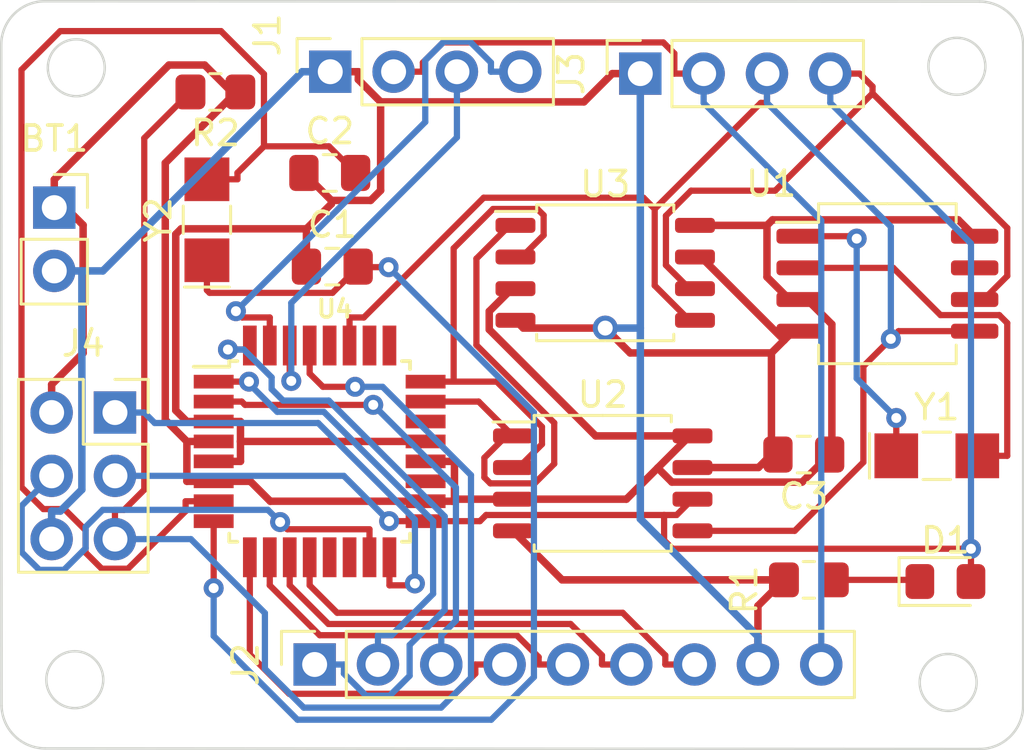
<source format=kicad_pcb>
(kicad_pcb (version 20211014) (generator pcbnew)
  (title_block (title "Arduino battery powered clone ") (date "2022-10-03") (rev "3") (company "Nanohertz"))
  (layers (0 "F.Cu" signal) (1 "In1.Cu" power) (2 "In2.Cu" power) (31 "B.Cu" signal) (34 "B.Paste" user) (35 "F.Paste" user) (36 "B.SilkS" user "B.Silkscreen") (37 "F.SilkS" user "F.Silkscreen") (38 "B.Mask" user) (39 "F.Mask" user) (44 "Edge.Cuts" user))
  (net 0 "")
  (net 1 "Net-(D1-Pad1)")
  (net 2 "GNDPWR")
  (net 3 "/VCC")
  (net 4 "/reset")
  (net 5 "/ADDS1")
  (net 6 "/ADDS2")
  (net 7 "/SDA")
  (net 8 "/sck")
  (net 9 "Net-(U1-Pad1)")
  (net 10 "Net-(U1-Pad2)")
  (net 12 "/D3")
  (net 13 "/D4")
  (net 14 "Net-(C2-Pad2)")
  (net 15 "Net-(C1-Pad2)")
  (net 16 "/D5")
  (net 17 "/D6")
  (net 18 "/D7")
  (net 19 "/D8")
  (net 22 "/MOSI")
  (net 23 "/miso")
  (net 29 "/RX")
  (net 30 "/TX")
  (net 31 "/D2")
  (net 32 "/connectors/VCC")
  (footprint "LED_SMD:LED_0805_2012Metric_Pad1.15x1.40mm_HandSolder" (layer "F.Cu") (at 143.87 114.29)
    (fp_text reference "D1" (at 0 -1.65) (layer "F.SilkS"))
    (fp_text value "LED")
    (pad "1" smd roundrect (at -1.025 0) (size 1.15 1.4) (layers "F.Cu" "F.Paste" "F.Mask") (roundrect_rratio 0.217391) (net 1 "Net-(D1-Pad1)"))
    (pad "2" smd roundrect (at 1.025 0) (size 1.15 1.4) (layers "F.Cu" "F.Paste" "F.Mask") (roundrect_rratio 0.217391) (net 8 "/sck"))
  )
  (footprint "Package_SO:SOP-8_5.28x5.23mm_P1.27mm" (layer "F.Cu") (at 130.225 101.9)
    (fp_text reference "U3" (at 0 -3.56) (layer "F.SilkS"))
    (fp_text value "24LC1025")
    (pad "1" smd roundrect (at -3.6 -1.905) (size 1.6 0.6) (layers "F.Cu" "F.Paste" "F.Mask") (net 5 "/ADDS1"))
    (pad "2" smd roundrect (at -3.6 -0.635) (size 1.6 0.6) (layers "F.Cu" "F.Paste" "F.Mask") (net 6 "/ADDS2"))
    (pad "3" smd roundrect (at -3.6 0.635) (size 1.6 0.6) (layers "F.Cu" "F.Paste" "F.Mask") (net 3 "/VCC"))
    (pad "4" smd roundrect (at -3.6 1.905) (size 1.6 0.6) (layers "F.Cu" "F.Paste" "F.Mask") (net 2 "GNDPWR"))
    (pad "5" smd roundrect (at 3.6 1.905) (size 1.6 0.6) (layers "F.Cu" "F.Paste" "F.Mask") (net 7 "/SDA"))
    (pad "6" smd roundrect (at 3.6 0.635) (size 1.6 0.6) (layers "F.Cu" "F.Paste" "F.Mask") (net 8 "/sck"))
    (pad "7" smd roundrect (at 3.6 -0.635) (size 1.6 0.6) (layers "F.Cu" "F.Paste" "F.Mask") (net 2 "GNDPWR"))
    (pad "8" smd roundrect (at 3.6 -1.905) (size 1.6 0.6) (layers "F.Cu" "F.Paste" "F.Mask") (net 3 "/VCC"))
  )
  (footprint "Resistor_SMD:R_0805_2012Metric_Pad1.20x1.40mm_HandSolder" (layer "F.Cu") (at 138.3932 114.2234 180)
    (fp_text reference "R1" (at 2.5932 -0.4016 90) (layer "F.SilkS"))
    (fp_text value "330ohm")
    (pad "1" smd roundrect (at -1 0 180) (size 1.2 1.4) (layers "F.Cu" "F.Paste" "F.Mask") (roundrect_rratio 0.208333) (net 1 "Net-(D1-Pad1)"))
    (pad "2" smd roundrect (at 1 0 180) (size 1.2 1.4) (layers "F.Cu" "F.Paste" "F.Mask") (roundrect_rratio 0.208333) (net 2 "GNDPWR"))
  )
  (footprint "Connector_PinSocket_2.54mm:PinSocket_1x09_P2.54mm_Vertical" (layer "F.Cu") (at 118.57 117.62 90)
    (fp_text reference "J2" (at 0 -2.77 90) (layer "F.SilkS"))
    (fp_text value "DIGITAL PIN")
    (pad "1" thru_hole rect (at 0 0 90) (size 1.7 1.7) (drill 1) (layers *.Cu *.Mask) (net 31 "/D2"))
    (pad "2" thru_hole oval (at 0 2.54 90) (size 1.7 1.7) (drill 1) (layers *.Cu *.Mask) (net 12 "/D3"))
    (pad "3" thru_hole oval (at 0 5.08 90) (size 1.7 1.7) (drill 1) (layers *.Cu *.Mask) (net 13 "/D4"))
    (pad "4" thru_hole oval (at 0 7.62 90) (size 1.7 1.7) (drill 1) (layers *.Cu *.Mask) (net 16 "/D5"))
    (pad "5" thru_hole oval (at 0 10.16 90) (size 1.7 1.7) (drill 1) (layers *.Cu *.Mask) (net 17 "/D6"))
    (pad "6" thru_hole oval (at 0 12.7 90) (size 1.7 1.7) (drill 1) (layers *.Cu *.Mask) (net 18 "/D7"))
    (pad "7" thru_hole oval (at 0 15.24 90) (size 1.7 1.7) (drill 1) (layers *.Cu *.Mask) (net 19 "/D8"))
    (pad "8" thru_hole oval (at 0 17.78 90) (size 1.7 1.7) (drill 1) (layers *.Cu *.Mask) (net 2 "GNDPWR"))
    (pad "9" thru_hole oval (at 0 20.32 90) (size 1.7 1.7) (drill 1) (layers *.Cu *.Mask) (net 32 "/connectors/VCC"))
  )
  (footprint "Connector_PinSocket_2.54mm:PinSocket_2x03_P2.54mm_Vertical" (layer "F.Cu") (at 110.5608 107.5078)
    (fp_text reference "J4" (at -1.27 -2.77) (layer "F.SilkS"))
    (fp_text value "icsp")
    (pad "1" thru_hole rect (at 0 0) (size 1.7 1.7) (drill 1) (layers *.Cu *.Mask) (net 23 "/miso"))
    (pad "2" thru_hole oval (at -2.54 0) (size 1.7 1.7) (drill 1) (layers *.Cu *.Mask) (net 3 "/VCC"))
    (pad "3" thru_hole oval (at 0 2.54) (size 1.7 1.7) (drill 1) (layers *.Cu *.Mask) (net 8 "/sck"))
    (pad "4" thru_hole oval (at -2.54 2.54) (size 1.7 1.7) (drill 1) (layers *.Cu *.Mask) (net 22 "/MOSI"))
    (pad "5" thru_hole oval (at 0 5.08) (size 1.7 1.7) (drill 1) (layers *.Cu *.Mask) (net 4 "/reset"))
    (pad "6" thru_hole oval (at -2.54 5.08) (size 1.7 1.7) (drill 1) (layers *.Cu *.Mask) (net 2 "GNDPWR"))
  )
  (footprint "Capacitor_SMD:C_0805_2012Metric_Pad1.18x1.45mm_HandSolder" (layer "F.Cu") (at 138.19 109.1942 180)
    (fp_text reference "C3" (at 0 -1.68) (layer "F.SilkS"))
    (fp_text value "C_Polarized 10uf")
    (pad "1" smd roundrect (at -1.0375 0 180) (size 1.175 1.45) (layers "F.Cu" "F.Paste" "F.Mask") (roundrect_rratio 0.212766) (net 3 "/VCC"))
    (pad "2" smd roundrect (at 1.0375 0 180) (size 1.175 1.45) (layers "F.Cu" "F.Paste" "F.Mask") (roundrect_rratio 0.212766) (net 2 "GNDPWR"))
  )
  (footprint "Package_QFP:TQFP-32_7x7mm_P0.8mm" (layer "F.Cu") (at 118.7704 109.0676)
    (fp_text reference "U4" (at 0.6046 -5.7176) (layer "F.SilkS") (effects (font (size 0.7 0.7))))
    (fp_text value "ATmega328P-A")
    (pad "1" smd rect (at -4.25 -2.8) (size 1.6 0.55) (layers "F.Cu" "F.Paste" "F.Mask") (net 12 "/D3"))
    (pad "2" smd rect (at -4.25 -2) (size 1.6 0.55) (layers "F.Cu" "F.Paste" "F.Mask") (net 13 "/D4"))
    (pad "3" smd rect (at -4.25 -1.2) (size 1.6 0.55) (layers "F.Cu" "F.Paste" "F.Mask") (net 2 "GNDPWR"))
    (pad "4" smd rect (at -4.25 -0.4) (size 1.6 0.55) (layers "F.Cu" "F.Paste" "F.Mask") (net 3 "/VCC"))
    (pad "5" smd rect (at -4.25 0.4) (size 1.6 0.55) (layers "F.Cu" "F.Paste" "F.Mask") (net 2 "GNDPWR"))
    (pad "6" smd rect (at -4.25 1.2) (size 1.6 0.55) (layers "F.Cu" "F.Paste" "F.Mask") (net 3 "/VCC"))
    (pad "7" smd rect (at -4.25 2) (size 1.6 0.55) (layers "F.Cu" "F.Paste" "F.Mask") (net 14 "Net-(C2-Pad2)"))
    (pad "8" smd rect (at -4.25 2.8) (size 1.6 0.55) (layers "F.Cu" "F.Paste" "F.Mask") (net 15 "Net-(C1-Pad2)"))
    (pad "9" smd rect (at -2.8 4.25 90) (size 1.6 0.55) (layers "F.Cu" "F.Paste" "F.Mask") (net 16 "/D5"))
    (pad "10" smd rect (at -2 4.25 90) (size 1.6 0.55) (layers "F.Cu" "F.Paste" "F.Mask") (net 17 "/D6"))
    (pad "11" smd rect (at -1.2 4.25 90) (size 1.6 0.55) (layers "F.Cu" "F.Paste" "F.Mask") (net 18 "/D7"))
    (pad "12" smd rect (at -0.4 4.25 90) (size 1.6 0.55) (layers "F.Cu" "F.Paste" "F.Mask") (net 19 "/D8"))
    (pad "13" smd rect (at 0.4 4.25 90) (size 1.6 0.55) (layers "F.Cu" "F.Paste" "F.Mask"))
    (pad "14" smd rect (at 1.2 4.25 90) (size 1.6 0.55) (layers "F.Cu" "F.Paste" "F.Mask"))
    (pad "15" smd rect (at 2 4.25 90) (size 1.6 0.55) (layers "F.Cu" "F.Paste" "F.Mask") (net 22 "/MOSI"))
    (pad "16" smd rect (at 2.8 4.25 90) (size 1.6 0.55) (layers "F.Cu" "F.Paste" "F.Mask") (net 23 "/miso"))
    (pad "17" smd rect (at 4.25 2.8) (size 1.6 0.55) (layers "F.Cu" "F.Paste" "F.Mask") (net 8 "/sck"))
    (pad "18" smd rect (at 4.25 2) (size 1.6 0.55) (layers "F.Cu" "F.Paste" "F.Mask") (net 3 "/VCC"))
    (pad "19" smd rect (at 4.25 1.2) (size 1.6 0.55) (layers "F.Cu" "F.Paste" "F.Mask"))
    (pad "20" smd rect (at 4.25 0.4) (size 1.6 0.55) (layers "F.Cu" "F.Paste" "F.Mask") (net 3 "/VCC"))
    (pad "21" smd rect (at 4.25 -0.4) (size 1.6 0.55) (layers "F.Cu" "F.Paste" "F.Mask") (net 2 "GNDPWR"))
    (pad "22" smd rect (at 4.25 -1.2) (size 1.6 0.55) (layers "F.Cu" "F.Paste" "F.Mask"))
    (pad "23" smd rect (at 4.25 -2) (size 1.6 0.55) (layers "F.Cu" "F.Paste" "F.Mask") (net 5 "/ADDS1"))
    (pad "24" smd rect (at 4.25 -2.8) (size 1.6 0.55) (layers "F.Cu" "F.Paste" "F.Mask") (net 6 "/ADDS2"))
    (pad "25" smd rect (at 2.8 -4.25 90) (size 1.6 0.55) (layers "F.Cu" "F.Paste" "F.Mask"))
    (pad "26" smd rect (at 2 -4.25 90) (size 1.6 0.55) (layers "F.Cu" "F.Paste" "F.Mask"))
    (pad "27" smd rect (at 1.2 -4.25 90) (size 1.6 0.55) (layers "F.Cu" "F.Paste" "F.Mask") (net 7 "/SDA"))
    (pad "28" smd rect (at 0.4 -4.25 90) (size 1.6 0.55) (layers "F.Cu" "F.Paste" "F.Mask"))
    (pad "29" smd rect (at -0.4 -4.25 90) (size 1.6 0.55) (layers "F.Cu" "F.Paste" "F.Mask") (net 4 "/reset"))
    (pad "30" smd rect (at -1.2 -4.25 90) (size 1.6 0.55) (layers "F.Cu" "F.Paste" "F.Mask") (net 29 "/RX"))
    (pad "31" smd rect (at -2 -4.25 90) (size 1.6 0.55) (layers "F.Cu" "F.Paste" "F.Mask") (net 30 "/TX"))
    (pad "32" smd rect (at -2.8 -4.25 90) (size 1.6 0.55) (layers "F.Cu" "F.Paste" "F.Mask") (net 31 "/D2"))
  )
  (footprint "Capacitor_SMD:C_0805_2012Metric_Pad1.18x1.45mm_HandSolder" (layer "F.Cu") (at 119.2784 101.6508)
    (fp_text reference "C1" (at 0 -1.68) (layer "F.SilkS"))
    (fp_text value " 22pf")
    (pad "1" smd roundrect (at -1.0375 0) (size 1.175 1.45) (layers "F.Cu" "F.Paste" "F.Mask") (roundrect_rratio 0.212766) (net 2 "GNDPWR"))
    (pad "2" smd roundrect (at 1.0375 0) (size 1.175 1.45) (layers "F.Cu" "F.Paste" "F.Mask") (roundrect_rratio 0.212766) (net 15 "Net-(C1-Pad2)"))
  )
  (footprint "Crystal:Crystal_SMD_MicroCrystal_CC7V-T1A-2Pin_3.2x1.5mm_HandSoldering" (layer "F.Cu") (at 143.524 109.245)
    (fp_text reference "Y1" (at 0 -1.95) (layer "F.SilkS"))
    (fp_text value "Crystal")
    (pad "1" smd rect (at -1.625 0) (size 1.75 1.8) (layers "F.Cu" "F.Paste" "F.Mask") (net 9 "Net-(U1-Pad1)"))
    (pad "2" smd rect (at 1.625 0) (size 1.75 1.8) (layers "F.Cu" "F.Paste" "F.Mask") (net 10 "Net-(U1-Pad2)"))
  )
  (footprint "Connector_PinSocket_2.54mm:PinSocket_1x04_P2.54mm_Vertical" (layer "F.Cu") (at 119.1968 93.8284 90)
    (fp_text reference "J1" (at 1.4784 -2.5218 90) (layer "F.SilkS"))
    (fp_text value "Conn_01x04")
    (pad "1" thru_hole rect (at 0 0 90) (size 1.7 1.7) (drill 1) (layers *.Cu *.Mask) (net 2 "GNDPWR"))
    (pad "2" thru_hole oval (at 0 2.54 90) (size 1.7 1.7) (drill 1) (layers *.Cu *.Mask) (net 32 "/connectors/VCC"))
    (pad "3" thru_hole oval (at 0 5.08 90) (size 1.7 1.7) (drill 1) (layers *.Cu *.Mask) (net 29 "/RX"))
    (pad "4" thru_hole oval (at 0 7.62 90) (size 1.7 1.7) (drill 1) (layers *.Cu *.Mask) (net 30 "/TX"))
  )
  (footprint "Connector_PinSocket_2.54mm:PinSocket_1x02_P2.54mm_Vertical" (layer "F.Cu") (at 108.1274 99.2832)
    (fp_text reference "BT1" (at 0 -2.77) (layer "F.SilkS"))
    (fp_text value "Battery 3v")
    (pad "1" thru_hole rect (at 0 0) (size 1.7 1.7) (drill 1) (layers *.Cu *.Mask) (net 3 "/VCC"))
    (pad "2" thru_hole oval (at 0 2.54) (size 1.7 1.7) (drill 1) (layers *.Cu *.Mask) (net 2 "GNDPWR"))
  )
  (footprint "Resistor_SMD:R_0805_2012Metric_Pad1.20x1.40mm_HandSolder" (layer "F.Cu") (at 114.5888 94.6404 180)
    (fp_text reference "R2" (at 0 -1.65) (layer "F.SilkS"))
    (fp_text value "R")
    (pad "1" smd roundrect (at -1 0 180) (size 1.2 1.4) (layers "F.Cu" "F.Paste" "F.Mask") (roundrect_rratio 0.208333) (net 3 "/VCC"))
    (pad "2" smd roundrect (at 1 0 180) (size 1.2 1.4) (layers "F.Cu" "F.Paste" "F.Mask") (roundrect_rratio 0.208333) (net 4 "/reset"))
  )
  (footprint "Connector_PinSocket_2.54mm:PinSocket_1x04_P2.54mm_Vertical" (layer "F.Cu") (at 131.6328 93.9042 90)
    (fp_text reference "J3" (at 0 -2.77 90) (layer "F.SilkS"))
    (fp_text value "Conn_01x04")
    (pad "1" thru_hole rect (at 0 0 90) (size 1.7 1.7) (drill 1) (layers *.Cu *.Mask) (net 2 "GNDPWR"))
    (pad "2" thru_hole oval (at 0 2.54 90) (size 1.7 1.7) (drill 1) (layers *.Cu *.Mask) (net 32 "/connectors/VCC"))
    (pad "3" thru_hole oval (at 0 5.08 90) (size 1.7 1.7) (drill 1) (layers *.Cu *.Mask) (net 7 "/SDA"))
    (pad "4" thru_hole oval (at 0 7.62 90) (size 1.7 1.7) (drill 1) (layers *.Cu *.Mask) (net 8 "/sck"))
  )
  (footprint "Package_SO:SOP-8_5.28x5.23mm_P1.27mm" (layer "F.Cu") (at 130.125 110.35)
    (fp_text reference "U2" (at 0 -3.56) (layer "F.SilkS"))
    (fp_text value "24LC1025")
    (pad "1" smd roundrect (at -3.6 -1.905) (size 1.6 0.6) (layers "F.Cu" "F.Paste" "F.Mask") (net 5 "/ADDS1"))
    (pad "2" smd roundrect (at -3.6 -0.635) (size 1.6 0.6) (layers "F.Cu" "F.Paste" "F.Mask") (net 6 "/ADDS2"))
    (pad "3" smd roundrect (at -3.6 0.635) (size 1.6 0.6) (layers "F.Cu" "F.Paste" "F.Mask") (net 3 "/VCC"))
    (pad "4" smd roundrect (at -3.6 1.905) (size 1.6 0.6) (layers "F.Cu" "F.Paste" "F.Mask") (net 2 "GNDPWR"))
    (pad "5" smd roundrect (at 3.6 1.905) (size 1.6 0.6) (layers "F.Cu" "F.Paste" "F.Mask") (net 7 "/SDA"))
    (pad "6" smd roundrect (at 3.6 0.635) (size 1.6 0.6) (layers "F.Cu" "F.Paste" "F.Mask") (net 8 "/sck"))
    (pad "7" smd roundrect (at 3.6 -0.635) (size 1.6 0.6) (layers "F.Cu" "F.Paste" "F.Mask") (net 2 "GNDPWR"))
    (pad "8" smd roundrect (at 3.6 -1.905) (size 1.6 0.6) (layers "F.Cu" "F.Paste" "F.Mask") (net 3 "/VCC"))
  )
  (footprint "Capacitor_SMD:C_0805_2012Metric_Pad1.18x1.45mm_HandSolder" (layer "F.Cu") (at 119.1768 97.8916)
    (fp_text reference "C2" (at 0 -1.68) (layer "F.SilkS"))
    (fp_text value "22pf")
    (pad "1" smd roundrect (at -1.0375 0) (size 1.175 1.45) (layers "F.Cu" "F.Paste" "F.Mask") (roundrect_rratio 0.212766) (net 2 "GNDPWR"))
    (pad "2" smd roundrect (at 1.0375 0) (size 1.175 1.45) (layers "F.Cu" "F.Paste" "F.Mask") (roundrect_rratio 0.212766) (net 14 "Net-(C2-Pad2)"))
  )
  (footprint "Crystal:Crystal_SMD_MicroCrystal_CC7V-T1A-2Pin_3.2x1.5mm_HandSoldering" (layer "F.Cu") (at 114.2492 99.7712 90)
    (fp_text reference "Y2" (at 0 -1.95 90) (layer "F.SilkS"))
    (fp_text value "Crystal")
    (pad "1" smd rect (at -1.625 0 90) (size 1.75 1.8) (layers "F.Cu" "F.Paste" "F.Mask") (net 15 "Net-(C1-Pad2)"))
    (pad "2" smd rect (at 1.625 0 90) (size 1.75 1.8) (layers "F.Cu" "F.Paste" "F.Mask") (net 14 "Net-(C2-Pad2)"))
  )
  (footprint "Package_SO:SO-8_5.3x6.2mm_P1.27mm" (layer "F.Cu") (at 141.5428 102.3362)
    (fp_text reference "U1" (at -4.6622 -4.0128) (layer "F.SilkS"))
    (fp_text value "DS1337_ben")
    (pad "1" smd roundrect (at -3.5 -1.905) (size 1.9 0.6) (layers "F.Cu" "F.Paste" "F.Mask") (net 9 "Net-(U1-Pad1)"))
    (pad "2" smd roundrect (at -3.5 -0.635) (size 1.9 0.6) (layers "F.Cu" "F.Paste" "F.Mask") (net 10 "Net-(U1-Pad2)"))
    (pad "3" smd roundrect (at -3.5 0.635) (size 1.9 0.6) (layers "F.Cu" "F.Paste" "F.Mask") (net 3 "/VCC"))
    (pad "4" smd roundrect (at -3.5 1.905) (size 1.9 0.6) (layers "F.Cu" "F.Paste" "F.Mask") (net 2 "GNDPWR"))
    (pad "5" smd roundrect (at 3.5 1.905) (size 1.9 0.6) (layers "F.Cu" "F.Paste" "F.Mask") (net 7 "/SDA"))
    (pad "6" smd roundrect (at 3.5 0.635) (size 1.9 0.6) (layers "F.Cu" "F.Paste" "F.Mask") (net 8 "/sck"))
    (pad "7" smd roundrect (at 3.5 -0.635) (size 1.9 0.6) (layers "F.Cu" "F.Paste" "F.Mask"))
    (pad "8" smd roundrect (at 3.5 -1.905) (size 1.9 0.6) (layers "F.Cu" "F.Paste" "F.Mask") (net 3 "/VCC"))
  )
  (gr_arc (start 107.762437 120.987563) (mid 106.538164 120.488189) (end 106.012437 119.275) (layer "Edge.Cuts") (width 0.1))
  (gr_circle (center 108.95 118.23) (end 110 118.68) (layer "Edge.Cuts") (width 0.1) (fill none))
  (gr_circle (center 143.98 118.34) (end 145.03 118.79) (layer "Edge.Cuts") (width 0.1) (fill none))
  (gr_arc (start 146.987563 119.325) (mid 146.453125 120.521944) (end 145.237563 121.012563) (layer "Edge.Cuts") (width 0.1))
  (gr_arc (start 106 92.75) (mid 106.512563 91.512563) (end 107.75 91) (layer "Edge.Cuts") (width 0.1))
  (gr_line (start 107.762437 120.987563) (end 145.237563 121.012563) (layer "Edge.Cuts") (width 0.1))
  (gr_circle (center 109.01 93.67) (end 110.06 94.12) (layer "Edge.Cuts") (width 0.1) (fill none))
  (gr_line (start 146.987563 119.325) (end 146.987563 92.762437) (layer "Edge.Cuts") (width 0.1))
  (gr_arc (start 145.237563 91.012437) (mid 146.475 91.525) (end 146.987563 92.762437) (layer "Edge.Cuts") (width 0.1))
  (gr_line (start 145.237563 91.012437) (end 107.75 91) (layer "Edge.Cuts") (width 0.1))
  (gr_line (start 106 92.75) (end 106.012437 119.275) (layer "Edge.Cuts") (width 0.1))
  (gr_circle (center 144.33 93.61) (end 145.38 94.06) (layer "Edge.Cuts") (width 0.1) (fill none))
  (segment (start 139.3932 114.2234) (end 142.7784 114.2234) (width 0.25) (layer "F.Cu") (net 1))
  (segment (start 142.7784 114.2234) (end 142.845 114.29) (width 0.25) (layer "F.Cu") (net 1))
  (segment (start 115.5954 108.6676) (end 115.5954 109.4676) (width 0.3) (layer "F.Cu") (net 2))
  (segment (start 118.2409 100.1335) (end 113.2162 100.1335) (width 0.3) (layer "F.Cu") (net 2))
  (segment (start 130.2257 104.1178) (end 131.2227 105.1148) (width 0.3) (layer "F.Cu") (net 2))
  (segment (start 130.5078 93.9042) (end 129.3727 95.0393) (width 0.3) (layer "F.Cu") (net 2))
  (segment (start 136.8921 105.1148) (end 137.404 104.6029) (width 0.3) (layer "F.Cu") (net 2))
  (segment (start 128.4934 114.2234) (end 137.3932 114.2234) (width 0.3) (layer "F.Cu") (net 2))
  (segment (start 115.5954 108.6676) (end 115.5954 107.8676) (width 0.3) (layer "F.Cu") (net 2))
  (segment (start 126.625 103.805) (end 126.9378 104.1178) (width 0.3) (layer "F.Cu") (net 2))
  (segment (start 114.5204 107.8676) (end 113.4454 107.8676) (width 0.3) (layer "F.Cu") (net 2))
  (segment (start 136.35 117.62) (end 136.35 115.2666) (width 0.3) (layer "F.Cu") (net 2))
  (segment (start 134.0661 101.265) (end 133.825 101.265) (width 0.3) (layer "F.Cu") (net 2))
  (segment (start 126.525 112.255) (end 128.4934 114.2234) (width 0.3) (layer "F.Cu") (net 2))
  (segment (start 137.404 104.6029) (end 137.7657 104.2412) (width 0.3) (layer "F.Cu") (net 2))
  (segment (start 112.9988 100.3509) (end 112.9988 107.421) (width 0.3) (layer "F.Cu") (net 2))
  (segment (start 137.404 104.6029) (end 134.0661 101.265) (width 0.3) (layer "F.Cu") (net 2))
  (segment (start 136.8921 109.1942) (end 137.1525 109.1942) (width 0.3) (layer "F.Cu") (net 2))
  (segment (start 112.9988 107.421) (end 113.4454 107.8676) (width 0.3) (layer "F.Cu") (net 2))
  (segment (start 121.2163 95.0393) (end 120.3218 94.1448) (width 0.3) (layer "F.Cu") (net 2))
  (segment (start 121.9454 108.6676) (end 115.5954 108.6676) (width 0.3) (layer "F.Cu") (net 2))
  (segment (start 136.35 115.2666) (end 137.3932 114.2234) (width 0.3) (layer "F.Cu") (net 2))
  (segment (start 118.2409 100.1335) (end 118.2409 101.6508) (width 0.3) (layer "F.Cu") (net 2))
  (segment (start 131.6328 93.9042) (end 130.5078 93.9042) (width 0.3) (layer "F.Cu") (net 2))
  (segment (start 115.0579 107.8676) (end 115.5954 107.8676) (width 0.3) (layer "F.Cu") (net 2))
  (segment (start 121.2163 98.5938) (end 120.8167 98.9934) (width 0.3) (layer "F.Cu") (net 2))
  (segment (start 120.8167 98.9934) (end 119.2411 98.9934) (width 0.3) (layer "F.Cu") (net 2))
  (segment (start 113.2162 100.1335) (end 112.9988 100.3509) (width 0.3) (layer "F.Cu") (net 2))
  (segment (start 121.2163 95.0393) (end 121.2163 98.5938) (width 0.3) (layer "F.Cu") (net 2))
  (segment (start 129.3727 95.0393) (end 121.2163 95.0393) (width 0.3) (layer "F.Cu") (net 2))
  (segment (start 137.7657 104.2412) (end 138.0428 104.2412) (width 0.3) (layer "F.Cu") (net 2))
  (segment (start 126.9378 104.1178) (end 130.2257 104.1178) (width 0.3) (layer "F.Cu") (net 2))
  (segment (start 131.2227 105.1148) (end 136.8921 105.1148) (width 0.3) (layer "F.Cu") (net 2))
  (segment (start 119.2411 98.9934) (end 119.2411 99.1333) (width 0.3) (layer "F.Cu") (net 2))
  (segment (start 120.3218 94.1448) (end 120.3218 93.8284) (width 0.3) (layer "F.Cu") (net 2))
  (segment (start 119.1968 93.8284) (end 120.3218 93.8284) (width 0.3) (layer "F.Cu") (net 2))
  (segment (start 136.8921 109.1942) (end 136.8921 105.1148) (width 0.3) (layer "F.Cu") (net 2))
  (segment (start 119.2411 99.1333) (end 118.2409 100.1335) (width 0.3) (layer "F.Cu") (net 2))
  (segment (start 133.725 109.715) (end 136.3713 109.715) (width 0.3) (layer "F.Cu") (net 2))
  (segment (start 114.5204 109.4676) (end 115.5954 109.4676) (width 0.3) (layer "F.Cu") (net 2))
  (segment (start 123.0204 108.6676) (end 121.9454 108.6676) (width 0.3) (layer "F.Cu") (net 2))
  (segment (start 119.2411 98.9934) (end 118.1393 97.8916) (width 0.3) (layer "F.Cu") (net 2))
  (segment (start 136.3713 109.715) (end 136.8921 109.1942) (width 0.3) (layer "F.Cu") (net 2))
  (segment (start 115.0579 107.8676) (end 114.5204 107.8676) (width 0.3) (layer "F.Cu") (net 2))
  (via (at 130.2257 104.1178) (size 1) (drill 0.6) (layers "F.Cu" "B.Cu") (net 2))
  (segment (start 119.1968 93.8284) (end 118.0718 93.8284) (width 0.3) (layer "B.Cu") (net 2))
  (segment (start 131.6328 111.7778) (end 131.6328 104.1178) (width 0.3) (layer "B.Cu") (net 2))
  (segment (start 131.6328 104.1178) (end 131.6328 93.9042) (width 0.3) (layer "B.Cu") (net 2))
  (segment (start 109.2333 101.8232) (end 109.2333 110.5999) (width 0.3) (layer "B.Cu") (net 2))
  (segment (start 131.6328 104.1178) (end 130.2257 104.1178) (width 0.3) (layer "B.Cu") (net 2))
  (segment (start 108.3704 111.4628) (end 108.0208 111.4628) (width 0.3) (layer "B.Cu") (net 2))
  (segment (start 109.2333 101.8232) (end 108.1274 101.8232) (width 0.3) (layer "B.Cu") (net 2))
  (segment (start 109.2333 110.5999) (end 108.3704 111.4628) (width 0.3) (layer "B.Cu") (net 2))
  (segment (start 108.0208 112.5878) (end 108.0208 111.4628) (width 0.3) (layer "B.Cu") (net 2))
  (segment (start 110.077 101.8232) (end 109.2333 101.8232) (width 0.3) (layer "B.Cu") (net 2))
  (segment (start 118.0718 93.8284) (end 110.077 101.8232) (width 0.3) (layer "B.Cu") (net 2))
  (segment (start 136.35 117.62) (end 136.35 116.495) (width 0.3) (layer "B.Cu") (net 2))
  (segment (start 136.35 116.495) (end 131.6328 111.7778) (width 0.3) (layer "B.Cu") (net 2))
  (segment (start 125.5728 104.1764) (end 125.5728 103.4457) (width 0.3) (layer "F.Cu") (net 3))
  (segment (start 114.1589 93.5598) (end 112.7258 93.5598) (width 0.3) (layer "F.Cu") (net 3))
  (segment (start 126.525 110.985) (end 124.178 110.985) (width 0.3) (layer "F.Cu") (net 3))
  (segment (start 113.4454 110.2676) (end 113.4454 108.6676) (width 0.3) (layer "F.Cu") (net 3))
  (segment (start 115.9898 110.2676) (end 114.5204 110.2676) (width 0.3) (layer "F.Cu") (net 3))
  (segment (start 114.5204 110.2676) (end 113.4454 110.2676) (width 0.3) (layer "F.Cu") (net 3))
  (segment (start 114.5204 108.6676) (end 113.4454 108.6676) (width 0.3) (layer "F.Cu") (net 3))
  (segment (start 123.4955 111.0676) (end 124.0954 111.0676) (width 0.3) (layer "F.Cu") (net 3))
  (segment (start 116.7898 111.0676) (end 115.9898 110.2676) (width 0.3) (layer "F.Cu") (net 3))
  (segment (start 124.178 109.5502) (end 124.178 110.985) (width 0.3) (layer "F.Cu") (net 3))
  (segment (start 129.8414 108.445) (end 125.5728 104.1764) (width 0.3) (layer "F.Cu") (net 3))
  (segment (start 115.4306 94.6404) (end 115.3351 94.7359) (width 0.3) (layer "F.Cu") (net 3))
  (segment (start 136.9341 99.7736) (end 136.7127 99.995) (width 0.3) (layer "F.Cu") (net 3))
  (segment (start 132.899 110.3) (end 138.1217 110.3) (width 0.3) (layer "F.Cu") (net 3))
  (segment (start 125.5728 103.4457) (end 126.4835 102.535) (width 0.3) (layer "F.Cu") (net 3))
  (segment (start 133.725 108.445) (end 133.6702 108.445) (width 0.3) (layer "F.Cu") (net 3))
  (segment (start 137.6166 102.9712) (end 138.0428 102.9712) (width 0.3) (layer "F.Cu") (net 3))
  (segment (start 112.7258 93.5598) (end 108.1274 98.1582) (width 0.3) (layer "F.Cu") (net 3))
  (segment (start 139.3154 109.1063) (end 139.3154 103.9669) (width 0.3) (layer "F.Cu") (net 3))
  (segment (start 133.825 99.995) (end 136.7127 99.995) (width 0.3) (layer "F.Cu") (net 3))
  (segment (start 108.1274 98.8269) (end 109.2833 99.9828) (width 0.3) (layer "F.Cu") (net 3))
  (segment (start 133.6702 108.445) (end 133.6154 108.445) (width 0.3) (layer "F.Cu") (net 3))
  (segment (start 109.2833 105.1203) (end 108.0208 106.3828) (width 0.3) (layer "F.Cu") (net 3))
  (segment (start 108.1274 98.7207) (end 108.1274 98.1582) (width 0.3) (layer "F.Cu") (net 3))
  (segment (start 123.4955 111.0676) (end 123.0204 111.0676) (width 0.3) (layer "F.Cu") (net 3))
  (segment (start 133.6154 108.445) (end 132.3297 109.7307) (width 0.3) (layer "F.Cu") (net 3))
  (segment (start 136.7127 102.0673) (end 137.6166 102.9712) (width 0.3) (layer "F.Cu") (net 3))
  (segment (start 139.2275 109.1942) (end 139.3154 109.1063) (width 0.3) (layer "F.Cu") (net 3))
  (segment (start 132.3297 109.7307) (end 131.0754 110.985) (width 0.3) (layer "F.Cu") (net 3))
  (segment (start 144.3852 99.7736) (end 136.9341 99.7736) (width 0.3) (layer "F.Cu") (net 3))
  (segment (start 108.1274 98.7207) (end 108.1274 98.8269) (width 0.3) (layer "F.Cu") (net 3))
  (segment (start 115.3351 94.7359) (end 112.5789 97.4921) (width 0.3) (layer "F.Cu") (net 3))
  (segment (start 115.5888 94.6404) (end 115.4306 94.6404) (width 0.3) (layer "F.Cu") (net 3))
  (segment (start 124.178 110.985) (end 124.0954 111.0676) (width 0.3) (layer "F.Cu") (net 3))
  (segment (start 126.4835 102.535) (end 126.625 102.535) (width 0.3) (layer "F.Cu") (net 3))
  (segment (start 112.5789 97.4921) (end 112.5789 107.8011) (width 0.3) (layer "F.Cu") (net 3))
  (segment (start 133.6702 108.445) (end 129.8414 108.445) (width 0.3) (layer "F.Cu") (net 3))
  (segment (start 115.3351 94.7359) (end 114.1589 93.5598) (width 0.3) (layer "F.Cu") (net 3))
  (segment (start 138.3197 102.9712) (end 138.0428 102.9712) (width 0.3) (layer "F.Cu") (net 3))
  (segment (start 108.0208 107.5078) (end 108.0208 106.3828) (width 0.3) (layer "F.Cu") (net 3))
  (segment (start 109.2833 99.9828) (end 109.2833 105.1203) (width 0.3) (layer "F.Cu") (net 3))
  (segment (start 136.7127 99.995) (end 136.7127 102.0673) (width 0.3) (layer "F.Cu") (net 3))
  (segment (start 124.0954 109.4676) (end 124.178 109.5502) (width 0.3) (layer "F.Cu") (net 3))
  (segment (start 123.0204 111.0676) (end 116.7898 111.0676) (width 0.3) (layer "F.Cu") (net 3))
  (segment (start 131.0754 110.985) (end 126.525 110.985) (width 0.3) (layer "F.Cu") (net 3))
  (segment (start 112.5789 107.8011) (end 113.4454 108.6676) (width 0.3) (layer "F.Cu") (net 3))
  (segment (start 123.0204 109.4676) (end 124.0954 109.4676) (width 0.3) (layer "F.Cu") (net 3))
  (segment (start 108.1274 99.2832) (end 108.1274 98.8269) (width 0.3) (layer "F.Cu") (net 3))
  (segment (start 139.3154 103.9669) (end 138.3197 102.9712) (width 0.3) (layer "F.Cu") (net 3))
  (segment (start 145.0428 100.4312) (end 144.3852 99.7736) (width 0.3) (layer "F.Cu") (net 3))
  (segment (start 132.3297 109.7307) (end 132.899 110.3) (width 0.3) (layer "F.Cu") (net 3))
  (segment (start 138.1217 110.3) (end 139.2275 109.1942) (width 0.3) (layer "F.Cu") (net 3))
  (segment (start 111.7361 110.6046) (end 111.7361 96.4931) (width 0.25) (layer "F.Cu") (net 4))
  (segment (start 110.5608 112.5878) (end 110.5608 111.4125) (width 0.25) (layer "F.Cu") (net 4))
  (segment (start 111.7361 96.4931) (end 113.5888 94.6404) (width 0.25) (layer "F.Cu") (net 4))
  (segment (start 110.5608 111.4125) (end 110.9282 111.4125) (width 0.25) (layer "F.Cu") (net 4))
  (segment (start 110.9282 111.4125) (end 111.7361 110.6046) (width 0.25) (layer "F.Cu") (net 4))
  (segment (start 118.3704 104.8176) (end 118.3704 105.9429) (width 0.25) (layer "F.Cu") (net 4))
  (segment (start 118.9019 106.4744) (end 120.1944 106.4744) (width 0.25) (layer "F.Cu") (net 4))
  (segment (start 118.3704 105.9429) (end 118.9019 106.4744) (width 0.25) (layer "F.Cu") (net 4))
  (via (at 120.1944 106.4744) (size 0.8) (drill 0.4) (layers "F.Cu" "B.Cu") (net 4))
  (segment (start 124.8408 118.1525) (end 124.8408 110.0195) (width 0.25) (layer "B.Cu") (net 4))
  (segment (start 116.5751 115.5566) (end 116.5751 117.7925) (width 0.25) (layer "B.Cu") (net 4))
  (segment (start 116.5751 117.7925) (end 118.1337 119.3511) (width 0.25) (layer "B.Cu") (net 4))
  (segment (start 124.8408 110.0195) (end 121.2957 106.4744) (width 0.25) (layer "B.Cu") (net 4))
  (segment (start 118.1337 119.3511) (end 123.6422 119.3511) (width 0.25) (layer "B.Cu") (net 4))
  (segment (start 110.5608 112.5878) (end 111.7361 112.5878) (width 0.25) (layer "B.Cu") (net 4))
  (segment (start 121.2957 106.4744) (end 120.1944 106.4744) (width 0.25) (layer "B.Cu") (net 4))
  (segment (start 111.7361 112.5878) (end 113.6063 112.5878) (width 0.25) (layer "B.Cu") (net 4))
  (segment (start 123.6422 119.3511) (end 124.8408 118.1525) (width 0.25) (layer "B.Cu") (net 4))
  (segment (start 113.6063 112.5878) (end 116.5751 115.5566) (width 0.25) (layer "B.Cu") (net 4))
  (segment (start 125.1476 107.0676) (end 123.0204 107.0676) (width 0.25) (layer "F.Cu") (net 5))
  (segment (start 128.1793 109.5654) (end 128.1793 107.9217) (width 0.25) (layer "F.Cu") (net 5))
  (segment (start 128.1793 107.9217) (end 125.0585 104.8009) (width 0.25) (layer "F.Cu") (net 5))
  (segment (start 125.378 109.3231) (end 125.378 110.1129) (width 0.25) (layer "F.Cu") (net 5))
  (segment (start 126.2561 108.445) (end 125.378 109.3231) (width 0.25) (layer "F.Cu") (net 5))
  (segment (start 126.525 108.445) (end 125.1476 107.0676) (width 0.25) (layer "F.Cu") (net 5))
  (segment (start 125.378 110.1129) (end 125.6151 110.35) (width 0.25) (layer "F.Cu") (net 5))
  (segment (start 126.525 108.445) (end 126.2561 108.445) (width 0.25) (layer "F.Cu") (net 5))
  (segment (start 127.3947 110.35) (end 128.1793 109.5654) (width 0.25) (layer "F.Cu") (net 5))
  (segment (start 126.3943 99.995) (end 126.625 99.995) (width 0.25) (layer "F.Cu") (net 5))
  (segment (start 125.0585 104.8009) (end 125.0585 101.3308) (width 0.25) (layer "F.Cu") (net 5))
  (segment (start 125.0585 101.3308) (end 126.3943 99.995) (width 0.25) (layer "F.Cu") (net 5))
  (segment (start 125.6151 110.35) (end 127.3947 110.35) (width 0.25) (layer "F.Cu") (net 5))
  (segment (start 127.6885 108.779) (end 127.6885 108.0821) (width 0.25) (layer "F.Cu") (net 6))
  (segment (start 126.7525 109.715) (end 127.6885 108.779) (width 0.25) (layer "F.Cu") (net 6))
  (segment (start 127.5035 99.3364) (end 125.7242 99.3364) (width 0.25) (layer "F.Cu") (net 6))
  (segment (start 123.0204 106.2676) (end 124.1457 106.2676) (width 0.25) (layer "F.Cu") (net 6))
  (segment (start 127.7547 99.5876) (end 127.5035 99.3364) (width 0.25) (layer "F.Cu") (net 6))
  (segment (start 126.8816 101.265) (end 127.7547 100.3919) (width 0.25) (layer "F.Cu") (net 6))
  (segment (start 126.525 109.715) (end 126.7525 109.715) (width 0.25) (layer "F.Cu") (net 6))
  (segment (start 125.7242 99.3364) (end 124.1457 100.9149) (width 0.25) (layer "F.Cu") (net 6))
  (segment (start 124.1457 100.9149) (end 124.1457 106.2676) (width 0.25) (layer "F.Cu") (net 6))
  (segment (start 127.7547 100.3919) (end 127.7547 99.5876) (width 0.25) (layer "F.Cu") (net 6))
  (segment (start 125.874 106.2676) (end 124.1457 106.2676) (width 0.25) (layer "F.Cu") (net 6))
  (segment (start 127.6885 108.0821) (end 125.874 106.2676) (width 0.25) (layer "F.Cu") (net 6))
  (segment (start 126.625 101.265) (end 126.8816 101.265) (width 0.25) (layer "F.Cu") (net 6))
  (segment (start 137.8262 112.255) (end 133.725 112.255) (width 0.25) (layer "F.Cu") (net 7))
  (segment (start 119.9704 103.6923) (end 120.5425 103.6923) (width 0.25) (layer "F.Cu") (net 7))
  (segment (start 132.2099 102.4117) (end 133.6032 103.805) (width 0.25) (layer "F.Cu") (net 7))
  (segment (start 125.3487 98.8861) (end 131.7596 98.8861) (width 0.25) (layer "F.Cu") (net 7))
  (segment (start 133.6032 103.805) (end 133.825 103.805) (width 0.25) (layer "F.Cu") (net 7))
  (segment (start 141.6814 104.5515) (end 140.5793 105.6536) (width 0.25) (layer "F.Cu") (net 7))
  (segment (start 136.7128 95.0795) (end 136.4668 95.0795) (width 0.25) (layer "F.Cu") (net 7))
  (segment (start 120.5425 103.6923) (end 125.3487 98.8861) (width 0.25) (layer "F.Cu") (net 7))
  (segment (start 140.5793 109.5019) (end 137.8262 112.255) (width 0.25) (layer "F.Cu") (net 7))
  (segment (start 136.4668 95.0795) (end 132.2099 99.3364) (width 0.25) (layer "F.Cu") (net 7))
  (segment (start 141.9917 104.2412) (end 141.6814 104.5515) (width 0.25) (layer "F.Cu") (net 7))
  (segment (start 136.7128 93.9042) (end 136.7128 95.0795) (width 0.25) (layer "F.Cu") (net 7))
  (segment (start 132.2099 99.3364) (end 132.2099 102.4117) (width 0.25) (layer "F.Cu") (net 7))
  (segment (start 140.5793 105.6536) (end 140.5793 109.5019) (width 0.25) (layer "F.Cu") (net 7))
  (segment (start 119.9704 104.8176) (end 119.9704 103.6923) (width 0.25) (layer "F.Cu") (net 7))
  (segment (start 131.7596 98.8861) (end 132.2099 99.3364) (width 0.25) (layer "F.Cu") (net 7))
  (segment (start 145.0428 104.2412) (end 141.9917 104.2412) (width 0.25) (layer "F.Cu") (net 7))
  (via (at 141.6814 104.5515) (size 0.8) (drill 0.4) (layers "F.Cu" "B.Cu") (net 7))
  (segment (start 141.6814 100.0481) (end 141.6814 104.5515) (width 0.25) (layer "B.Cu") (net 7))
  (segment (start 136.7128 93.9042) (end 136.7128 95.0795) (width 0.25) (layer "B.Cu") (net 7))
  (segment (start 136.7128 95.0795) (end 141.6814 100.0481) (width 0.25) (layer "B.Cu") (net 7))
  (segment (start 133.6019 102.535) (end 132.6602 101.5933) (width 0.25) (layer "F.Cu") (net 8))
  (segment (start 132.9256 112.9751) (end 144.895 112.9751) (width 0.25) (layer "F.Cu") (net 8))
  (segment (start 140.9469 94.6978) (end 140.9469 94.423) (width 0.25) (layer "F.Cu") (net 8))
  (segment (start 139.2528 93.9042) (end 140.4281 93.9042) (width 0.25) (layer "F.Cu") (net 8))
  (segment (start 140.9469 94.6978) (end 146.3508 100.1017) (width 0.25) (layer "F.Cu") (net 8))
  (segment (start 146.3508 102.0255) (end 145.4051 102.9712) (width 0.25) (layer "F.Cu") (net 8))
  (segment (start 132.6602 99.6096) (end 133.6668 98.603) (width 0.25) (layer "F.Cu") (net 8))
  (segment (start 146.3508 100.1017) (end 146.3508 102.0255) (width 0.25) (layer "F.Cu") (net 8))
  (segment (start 125.447 111.62) (end 132.5869 111.62) (width 0.25) (layer "F.Cu") (net 8))
  (segment (start 132.5869 112.6364) (end 132.9256 112.9751) (width 0.25) (layer "F.Cu") (net 8))
  (segment (start 133.6668 98.603) (end 137.0417 98.603) (width 0.25) (layer "F.Cu") (net 8))
  (segment (start 123.0204 111.8676) (end 121.5579 111.8676) (width 0.25) (layer "F.Cu") (net 8))
  (segment (start 140.9469 94.423) (end 140.4281 93.9042) (width 0.25) (layer "F.Cu") (net 8))
  (segment (start 137.0417 98.603) (end 140.9469 94.6978) (width 0.25) (layer "F.Cu") (net 8))
  (segment (start 132.5869 111.62) (end 132.5869 112.6364) (width 0.25) (layer "F.Cu") (net 8))
  (segment (start 133.825 102.535) (end 133.6019 102.535) (width 0.25) (layer "F.Cu") (net 8))
  (segment (start 144.895 112.9751) (end 144.895 114.29) (width 0.25) (layer "F.Cu") (net 8))
  (segment (start 133.09 111.62) (end 133.725 110.985) (width 0.25) (layer "F.Cu") (net 8))
  (segment (start 132.5869 111.62) (end 133.09 111.62) (width 0.25) (layer "F.Cu") (net 8))
  (segment (start 125.1994 111.8676) (end 125.447 111.62) (width 0.25) (layer "F.Cu") (net 8))
  (segment (start 123.0204 111.8676) (end 125.1994 111.8676) (width 0.25) (layer "F.Cu") (net 8))
  (segment (start 145.4051 102.9712) (end 145.0428 102.9712) (width 0.25) (layer "F.Cu") (net 8))
  (segment (start 132.6602 101.5933) (end 132.6602 99.6096) (width 0.25) (layer "F.Cu") (net 8))
  (via (at 144.895 112.9751) (size 0.8) (drill 0.4) (layers "F.Cu" "B.Cu") (net 8))
  (via (at 121.5579 111.8676) (size 0.8) (drill 0.4) (layers "F.Cu" "B.Cu") (net 8))
  (segment (start 139.2528 93.9042) (end 139.2528 95.0795) (width 0.25) (layer "B.Cu") (net 8))
  (segment (start 121.5579 111.8676) (end 119.7381 110.0478) (width 0.25) (layer "B.Cu") (net 8))
  (segment (start 119.7381 110.0478) (end 110.5608 110.0478) (width 0.25) (layer "B.Cu") (net 8))
  (segment (start 139.2528 95.0795) (end 144.895 100.7217) (width 0.25) (layer "B.Cu") (net 8))
  (segment (start 144.895 100.7217) (end 144.895 112.9751) (width 0.25) (layer "B.Cu") (net 8))
  (segment (start 141.899 107.7261) (end 141.899 109.245) (width 0.25) (layer "F.Cu") (net 9))
  (segment (start 140.2154 100.4312) (end 140.3112 100.527) (width 0.25) (layer "F.Cu") (net 9))
  (segment (start 138.0428 100.4312) (end 140.2154 100.4312) (width 0.25) (layer "F.Cu") (net 9))
  (via (at 140.3112 100.527) (size 0.8) (drill 0.4) (layers "F.Cu" "B.Cu") (net 9))
  (via (at 141.899 107.7261) (size 0.8) (drill 0.4) (layers "F.Cu" "B.Cu") (net 9))
  (segment (start 141.899 107.7261) (end 140.3112 106.1383) (width 0.25) (layer "B.Cu") (net 9))
  (segment (start 140.3112 106.1383) (end 140.3112 100.527) (width 0.25) (layer "B.Cu") (net 9))
  (segment (start 141.7778 101.7012) (end 143.6739 103.5973) (width 0.25) (layer "F.Cu") (net 10))
  (segment (start 143.6739 103.5973) (end 146.0312 103.5973) (width 0.25) (layer "F.Cu") (net 10))
  (segment (start 146.3493 103.9154) (end 146.3493 109.245) (width 0.25) (layer "F.Cu") (net 10))
  (segment (start 145.149 109.245) (end 146.3493 109.245) (width 0.25) (layer "F.Cu") (net 10))
  (segment (start 138.0428 101.7012) (end 141.7778 101.7012) (width 0.25) (layer "F.Cu") (net 10))
  (segment (start 146.0312 103.5973) (end 146.3493 103.9154) (width 0.25) (layer "F.Cu") (net 10))
  (segment (start 114.5204 106.2676) (end 115.6457 106.2676) (width 0.25) (layer "F.Cu") (net 12))
  (segment (start 115.6457 106.2676) (end 115.9363 106.2676) (width 0.25) (layer "F.Cu") (net 12))
  (via (at 115.9363 106.2676) (size 0.8) (drill 0.4) (layers "F.Cu" "B.Cu") (net 12))
  (segment (start 118.9375 107.4784) (end 123.3216 111.8625) (width 0.25) (layer "B.Cu") (net 12))
  (segment (start 115.9363 106.3472) (end 117.0675 107.4784) (width 0.25) (layer "B.Cu") (net 12))
  (segment (start 123.3216 114.784) (end 121.6609 116.4447) (width 0.25) (layer "B.Cu") (net 12))
  (segment (start 121.6609 116.4447) (end 121.11 116.4447) (width 0.25) (layer "B.Cu") (net 12))
  (segment (start 123.3216 111.8625) (end 123.3216 114.784) (width 0.25) (layer "B.Cu") (net 12))
  (segment (start 117.0675 107.4784) (end 118.9375 107.4784) (width 0.25) (layer "B.Cu") (net 12))
  (segment (start 121.11 117.62) (end 121.11 116.4447) (width 0.25) (layer "B.Cu") (net 12))
  (segment (start 115.9363 106.2676) (end 115.9363 106.3472) (width 0.25) (layer "B.Cu") (net 12))
  (segment (start 115.7778 107.1997) (end 120.9199 107.1997) (width 0.25) (layer "F.Cu") (net 13))
  (segment (start 115.6457 107.0676) (end 115.7778 107.1997) (width 0.25) (layer "F.Cu") (net 13))
  (segment (start 114.5204 107.0676) (end 115.6457 107.0676) (width 0.25) (layer "F.Cu") (net 13))
  (via (at 120.9199 107.1997) (size 0.8) (drill 0.4) (layers "F.Cu" "B.Cu") (net 13))
  (segment (start 124.2371 110.5169) (end 120.9199 107.1997) (width 0.25) (layer "B.Cu") (net 13))
  (segment (start 123.65 117.62) (end 123.65 116.4447) (width 0.25) (layer "B.Cu") (net 13))
  (segment (start 123.65 116.4447) (end 124.2371 115.8576) (width 0.25) (layer "B.Cu") (net 13))
  (segment (start 124.2371 115.8576) (end 124.2371 110.5169) (width 0.25) (layer "B.Cu") (net 13))
  (segment (start 106.8116 110.5047) (end 106.8116 93.7513) (width 0.25) (layer "F.Cu") (net 14))
  (segment (start 106.8116 93.7513) (end 108.3644 92.1985) (width 0.25) (layer "F.Cu") (net 14))
  (segment (start 110.0291 113.7759) (end 109.3792 113.126) (width 0.25) (layer "F.Cu") (net 14))
  (segment (start 107.6899 111.383) (end 106.8116 110.5047) (width 0.25) (layer "F.Cu") (net 14))
  (segment (start 113.3951 111.0676) (end 113.3951 111.4649) (width 0.25) (layer "F.Cu") (net 14))
  (segment (start 108.3644 92.1985) (end 114.814 92.1985) (width 0.25) (layer "F.Cu") (net 14))
  (segment (start 114.814 92.1985) (end 116.5376 93.9221) (width 0.25) (layer "F.Cu") (net 14))
  (segment (start 111.0841 113.7759) (end 110.0291 113.7759) (width 0.25) (layer "F.Cu") (net 14))
  (segment (start 119.1459 96.8232) (end 120.2143 97.8916) (width 0.25) (layer "F.Cu") (net 14))
  (segment (start 113.3951 111.4649) (end 111.0841 113.7759) (width 0.25) (layer "F.Cu") (net 14))
  (segment (start 114.5204 111.0676) (end 113.3951 111.0676) (width 0.25) (layer "F.Cu") (net 14))
  (segment (start 115.4745 98.1462) (end 115.4745 97.8863) (width 0.25) (layer "F.Cu") (net 14))
  (segment (start 109.3792 112.2276) (end 108.5346 111.383) (width 0.25) (layer "F.Cu") (net 14))
  (segment (start 114.2492 98.1462) (end 115.4745 98.1462) (width 0.25) (layer "F.Cu") (net 14))
  (segment (start 109.3792 113.126) (end 109.3792 112.2276) (width 0.25) (layer "F.Cu") (net 14))
  (segment (start 115.4745 97.8863) (end 116.5376 96.8232) (width 0.25) (layer "F.Cu") (net 14))
  (segment (start 116.5376 93.9221) (end 116.5376 96.8232) (width 0.25) (layer "F.Cu") (net 14))
  (segment (start 116.5376 96.8232) (end 119.1459 96.8232) (width 0.25) (layer "F.Cu") (net 14))
  (segment (start 108.5346 111.383) (end 107.6899 111.383) (width 0.25) (layer "F.Cu") (net 14))
  (segment (start 119.2863 102.7034) (end 120.3159 101.6738) (width 0.25) (layer "F.Cu") (net 15))
  (segment (start 114.2492 102.5965) (end 114.3561 102.7034) (width 0.25) (layer "F.Cu") (net 15))
  (segment (start 120.3159 101.6738) (end 120.3159 101.6508) (width 0.25) (layer "F.Cu") (net 15))
  (segment (start 114.5204 114.5555) (end 114.5204 111.8676) (width 0.25) (layer "F.Cu") (net 15))
  (segment (start 114.3561 102.7034) (end 119.2863 102.7034) (width 0.25) (layer "F.Cu") (net 15))
  (segment (start 114.2492 101.3962) (end 114.2492 102.5965) (width 0.25) (layer "F.Cu") (net 15))
  (segment (start 120.3159 101.6738) (end 121.5352 101.6738) (width 0.25) (layer "F.Cu") (net 15))
  (via (at 121.5352 101.6738) (size 0.8) (drill 0.4) (layers "F.Cu" "B.Cu") (net 15))
  (via (at 114.5204 114.5555) (size 0.8) (drill 0.4) (layers "F.Cu" "B.Cu") (net 15))
  (segment (start 127.3654 118.1239) (end 127.3654 107.504) (width 0.25) (layer "B.Cu") (net 15))
  (segment (start 125.6531 119.8362) (end 127.3654 118.1239) (width 0.25) (layer "B.Cu") (net 15))
  (segment (start 114.5204 116.4755) (end 117.8811 119.8362) (width 0.25) (layer "B.Cu") (net 15))
  (segment (start 127.3654 107.504) (end 121.5352 101.6738) (width 0.25) (layer "B.Cu") (net 15))
  (segment (start 114.5204 114.5555) (end 114.5204 116.4755) (width 0.25) (layer "B.Cu") (net 15))
  (segment (start 117.8811 119.8362) (end 125.6531 119.8362) (width 0.25) (layer "B.Cu") (net 15))
  (segment (start 117.5464 118.7953) (end 124.2068 118.7953) (width 0.25) (layer "F.Cu") (net 16))
  (segment (start 126.19 117.62) (end 125.0147 117.62) (width 0.25) (layer "F.Cu") (net 16))
  (segment (start 115.9704 117.2193) (end 117.5464 118.7953) (width 0.25) (layer "F.Cu") (net 16))
  (segment (start 125.0147 117.9874) (end 125.0147 117.62) (width 0.25) (layer "F.Cu") (net 16))
  (segment (start 115.9704 113.3176) (end 115.9704 117.2193) (width 0.25) (layer "F.Cu") (net 16))
  (segment (start 124.2068 118.7953) (end 125.0147 117.9874) (width 0.25) (layer "F.Cu") (net 16))
  (segment (start 116.7704 113.3176) (end 116.7704 114.4429) (width 0.25) (layer "F.Cu") (net 17))
  (segment (start 128.73 117.62) (end 127.5547 117.62) (width 0.25) (layer "F.Cu") (net 17))
  (segment (start 118.7722 116.4447) (end 126.677 116.4447) (width 0.25) (layer "F.Cu") (net 17))
  (segment (start 126.677 116.4447) (end 127.5547 117.3224) (width 0.25) (layer "F.Cu") (net 17))
  (segment (start 127.5547 117.3224) (end 127.5547 117.62) (width 0.25) (layer "F.Cu") (net 17))
  (segment (start 116.7704 114.4429) (end 118.7722 116.4447) (width 0.25) (layer "F.Cu") (net 17))
  (segment (start 131.27 117.62) (end 130.0947 117.62) (width 0.25) (layer "F.Cu") (net 18))
  (segment (start 130.0947 117.2527) (end 130.0947 117.62) (width 0.25) (layer "F.Cu") (net 18))
  (segment (start 119.1219 115.9944) (end 128.8364 115.9944) (width 0.25) (layer "F.Cu") (net 18))
  (segment (start 128.8364 115.9944) (end 130.0947 117.2527) (width 0.25) (layer "F.Cu") (net 18))
  (segment (start 117.5704 114.4429) (end 119.1219 115.9944) (width 0.25) (layer "F.Cu") (net 18))
  (segment (start 117.5704 113.3176) (end 117.5704 114.4429) (width 0.25) (layer "F.Cu") (net 18))
  (segment (start 133.81 117.62) (end 132.6347 117.62) (width 0.25) (layer "F.Cu") (net 19))
  (segment (start 118.3704 114.4429) (end 119.4716 115.5441) (width 0.25) (layer "F.Cu") (net 19))
  (segment (start 119.4716 115.5441) (end 130.9262 115.5441) (width 0.25) (layer "F.Cu") (net 19))
  (segment (start 132.6347 117.2526) (end 132.6347 117.62) (width 0.25) (layer "F.Cu") (net 19))
  (segment (start 118.3704 113.3176) (end 118.3704 114.4429) (width 0.25) (layer "F.Cu") (net 19))
  (segment (start 130.9262 115.5441) (end 132.6347 117.2526) (width 0.25) (layer "F.Cu") (net 19))
  (segment (start 120.7704 113.3176) (end 120.7704 112.1923) (width 0.25) (layer "F.Cu") (net 22))
  (segment (start 117.4749 112.1923) (end 120.7704 112.1923) (width 0.25) (layer "F.Cu") (net 22))
  (segment (start 117.1858 111.9032) (end 117.4749 112.1923) (width 0.25) (layer "F.Cu") (net 22))
  (via (at 117.1858 111.9032) (size 0.8) (drill 0.4) (layers "F.Cu" "B.Cu") (net 22))
  (segment (start 109.3854 112.0984) (end 110.0713 111.4125) (width 0.25) (layer "B.Cu") (net 22))
  (segment (start 107.5254 113.8212) (end 108.5174 113.8212) (width 0.25) (layer "B.Cu") (net 22))
  (segment (start 110.0713 111.4125) (end 116.6951 111.4125) (width 0.25) (layer "B.Cu") (net 22))
  (segment (start 109.3854 112.9532) (end 109.3854 112.0984) (width 0.25) (layer "B.Cu") (net 22))
  (segment (start 108.5174 113.8212) (end 109.3854 112.9532) (width 0.25) (layer "B.Cu") (net 22))
  (segment (start 116.6951 111.4125) (end 117.1858 111.9032) (width 0.25) (layer "B.Cu") (net 22))
  (segment (start 106.8203 113.1161) (end 107.5254 113.8212) (width 0.25) (layer "B.Cu") (net 22))
  (segment (start 108.0208 110.0478) (end 106.8203 111.2483) (width 0.25) (layer "B.Cu") (net 22))
  (segment (start 106.8203 111.2483) (end 106.8203 113.1161) (width 0.25) (layer "B.Cu") (net 22))
  (segment (start 122.5157 114.4429) (end 122.5915 114.3671) (width 0.25) (layer "F.Cu") (net 23))
  (segment (start 121.5704 114.4429) (end 122.5157 114.4429) (width 0.25) (layer "F.Cu") (net 23))
  (segment (start 121.5704 113.3176) (end 121.5704 114.4429) (width 0.25) (layer "F.Cu") (net 23))
  (via (at 122.5915 114.3671) (size 0.8) (drill 0.4) (layers "F.Cu" "B.Cu") (net 23))
  (segment (start 118.712 107.9287) (end 122.5915 111.8082) (width 0.25) (layer "B.Cu") (net 23))
  (segment (start 111.7361 107.5078) (end 112.157 107.9287) (width 0.25) (layer "B.Cu") (net 23))
  (segment (start 110.5608 107.5078) (end 111.7361 107.5078) (width 0.25) (layer "B.Cu") (net 23))
  (segment (start 122.5915 111.8082) (end 122.5915 114.3671) (width 0.25) (layer "B.Cu") (net 23))
  (segment (start 112.157 107.9287) (end 118.712 107.9287) (width 0.25) (layer "B.Cu") (net 23))
  (segment (start 117.5704 106.1779) (end 117.6329 106.2404) (width 0.25) (layer "F.Cu") (net 29))
  (segment (start 117.5704 104.8176) (end 117.5704 106.1779) (width 0.25) (layer "F.Cu") (net 29))
  (via (at 117.6329 106.2404) (size 0.8) (drill 0.4) (layers "F.Cu" "B.Cu") (net 29))
  (segment (start 117.6329 103.1074) (end 117.6329 106.2404) (width 0.25) (layer "B.Cu") (net 29))
  (segment (start 124.2768 96.4635) (end 117.6329 103.1074) (width 0.25) (layer "B.Cu") (net 29))
  (segment (start 124.2768 93.8284) (end 124.2768 96.4635) (width 0.25) (layer "B.Cu") (net 29))
  (segment (start 116.7704 104.8176) (end 116.7704 103.6923) (width 0.25) (layer "F.Cu") (net 30))
  (segment (start 115.665 103.6923) (end 115.4125 103.4398) (width 0.25) (layer "F.Cu") (net 30))
  (segment (start 116.7704 103.6923) (end 115.665 103.6923) (width 0.25) (layer "F.Cu") (net 30))
  (via (at 115.4125 103.4398) (size 0.8) (drill 0.4) (layers "F.Cu" "B.Cu") (net 30))
  (segment (start 125.6415 93.4611) (end 124.8023 92.6219) (width 0.25) (layer "B.Cu") (net 30))
  (segment (start 126.8168 93.8284) (end 125.6415 93.8284) (width 0.25) (layer "B.Cu") (net 30))
  (segment (start 125.6415 93.8284) (end 125.6415 93.4611) (width 0.25) (layer "B.Cu") (net 30))
  (segment (start 123.753 92.6219) (end 123.0068 93.3681) (width 0.25) (layer "B.Cu") (net 30))
  (segment (start 123.0068 95.8455) (end 115.4125 103.4398) (width 0.25) (layer "B.Cu") (net 30))
  (segment (start 124.8023 92.6219) (end 123.753 92.6219) (width 0.25) (layer "B.Cu") (net 30))
  (segment (start 123.0068 93.3681) (end 123.0068 95.8455) (width 0.25) (layer "B.Cu") (net 30))
  (segment (start 115.8081 104.9799) (end 115.9704 104.8176) (width 0.25) (layer "F.Cu") (net 31))
  (segment (start 115.0923 104.9799) (end 115.8081 104.9799) (width 0.25) (layer "F.Cu") (net 31))
  (via (at 115.0923 104.9799) (size 0.8) (drill 0.4) (layers "F.Cu" "B.Cu") (net 31))
  (segment (start 119.7453 117.9873) (end 119.7453 117.62) (width 0.25) (layer "B.Cu") (net 31))
  (segment (start 117.3065 107.028) (end 119.1372 107.028) (width 0.25) (layer "B.Cu") (net 31))
  (segment (start 115.7295 104.9799) (end 116.8451 106.0955) (width 0.25) (layer "B.Cu") (net 31))
  (segment (start 118.57 117.62) (end 119.7453 117.62) (width 0.25) (layer "B.Cu") (net 31))
  (segment (start 123.7867 111.6775) (end 123.7867 115.4299) (width 0.25) (layer "B.Cu") (net 31))
  (segment (start 120.6299 118.8719) (end 119.7453 117.9873) (width 0.25) (layer "B.Cu") (net 31))
  (segment (start 122.38 116.8366) (end 122.38 118.0733) (width 0.25) (layer "B.Cu") (net 31))
  (segment (start 121.5814 118.8719) (end 120.6299 118.8719) (width 0.25) (layer "B.Cu") (net 31))
  (segment (start 116.8451 106.0955) (end 116.8451 106.5666) (width 0.25) (layer "B.Cu") (net 31))
  (segment (start 122.38 118.0733) (end 121.5814 118.8719) (width 0.25) (layer "B.Cu") (net 31))
  (segment (start 116.8451 106.5666) (end 117.3065 107.028) (width 0.25) (layer "B.Cu") (net 31))
  (segment (start 123.7867 115.4299) (end 122.38 116.8366) (width 0.25) (layer "B.Cu") (net 31))
  (segment (start 119.1372 107.028) (end 123.7867 111.6775) (width 0.25) (layer "B.Cu") (net 31))
  (segment (start 115.0923 104.9799) (end 115.7295 104.9799) (width 0.25) (layer "B.Cu") (net 31))
  (segment (start 132.9975 93.0962) (end 132.5544 92.6531) (width 0.25) (layer "F.Cu") (net 32))
  (segment (start 134.1728 93.9042) (end 132.9975 93.9042) (width 0.25) (layer "F.Cu") (net 32))
  (segment (start 132.5544 92.6531) (end 123.72 92.6531) (width 0.25) (layer "F.Cu") (net 32))
  (segment (start 121.7368 93.8284) (end 122.9121 93.8284) (width 0.25) (layer "F.Cu") (net 32))
  (segment (start 122.9121 93.461) (end 122.9121 93.8284) (width 0.25) (layer "F.Cu") (net 32))
  (segment (start 132.9975 93.9042) (end 132.9975 93.0962) (width 0.25) (layer "F.Cu") (net 32))
  (segment (start 123.72 92.6531) (end 122.9121 93.461) (width 0.25) (layer "F.Cu") (net 32))
  (segment (start 134.1728 95.0795) (end 138.89 99.7967) (width 0.25) (layer "B.Cu") (net 32))
  (segment (start 134.1728 93.9042) (end 134.1728 95.0795) (width 0.25) (layer "B.Cu") (net 32))
  (segment (start 138.89 99.7967) (end 138.89 117.62) (width 0.25) (layer "B.Cu") (net 32))
)
</source>
